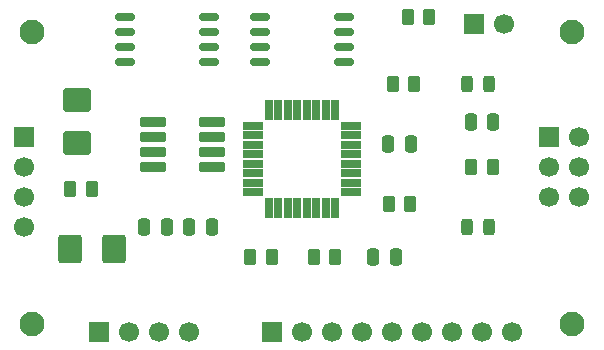
<source format=gts>
%TF.GenerationSoftware,KiCad,Pcbnew,9.0.6-9.0.6~ubuntu24.04.1*%
%TF.CreationDate,2025-12-02T23:55:24-06:00*%
%TF.ProjectId,mcu_datalogger,6d63755f-6461-4746-916c-6f676765722e,v1*%
%TF.SameCoordinates,Original*%
%TF.FileFunction,Soldermask,Top*%
%TF.FilePolarity,Negative*%
%FSLAX46Y46*%
G04 Gerber Fmt 4.6, Leading zero omitted, Abs format (unit mm)*
G04 Created by KiCad (PCBNEW 9.0.6-9.0.6~ubuntu24.04.1) date 2025-12-02 23:55:24*
%MOMM*%
%LPD*%
G01*
G04 APERTURE LIST*
G04 Aperture macros list*
%AMRoundRect*
0 Rectangle with rounded corners*
0 $1 Rounding radius*
0 $2 $3 $4 $5 $6 $7 $8 $9 X,Y pos of 4 corners*
0 Add a 4 corners polygon primitive as box body*
4,1,4,$2,$3,$4,$5,$6,$7,$8,$9,$2,$3,0*
0 Add four circle primitives for the rounded corners*
1,1,$1+$1,$2,$3*
1,1,$1+$1,$4,$5*
1,1,$1+$1,$6,$7*
1,1,$1+$1,$8,$9*
0 Add four rect primitives between the rounded corners*
20,1,$1+$1,$2,$3,$4,$5,0*
20,1,$1+$1,$4,$5,$6,$7,0*
20,1,$1+$1,$6,$7,$8,$9,0*
20,1,$1+$1,$8,$9,$2,$3,0*%
G04 Aperture macros list end*
%ADD10RoundRect,0.250000X-0.750000X-0.950000X0.750000X-0.950000X0.750000X0.950000X-0.750000X0.950000X0*%
%ADD11RoundRect,0.250000X-0.262500X-0.450000X0.262500X-0.450000X0.262500X0.450000X-0.262500X0.450000X0*%
%ADD12R,1.700000X1.700000*%
%ADD13C,1.700000*%
%ADD14RoundRect,0.250000X-0.250000X-0.475000X0.250000X-0.475000X0.250000X0.475000X-0.250000X0.475000X0*%
%ADD15C,2.100000*%
%ADD16RoundRect,0.250000X0.950000X-0.750000X0.950000X0.750000X-0.950000X0.750000X-0.950000X-0.750000X0*%
%ADD17RoundRect,0.243750X-0.243750X-0.456250X0.243750X-0.456250X0.243750X0.456250X-0.243750X0.456250X0*%
%ADD18RoundRect,0.162500X-0.650000X-0.162500X0.650000X-0.162500X0.650000X0.162500X-0.650000X0.162500X0*%
%ADD19RoundRect,0.099250X-0.987750X-0.297750X0.987750X-0.297750X0.987750X0.297750X-0.987750X0.297750X0*%
%ADD20RoundRect,0.094250X-0.742750X-0.282750X0.742750X-0.282750X0.742750X0.282750X-0.742750X0.282750X0*%
%ADD21RoundRect,0.094250X-0.282750X-0.742750X0.282750X-0.742750X0.282750X0.742750X-0.282750X0.742750X0*%
G04 APERTURE END LIST*
D10*
%TO.C,Y1*%
X69270000Y-66040000D03*
X72970000Y-66040000D03*
%TD*%
D11*
%TO.C,R6*%
X84535000Y-66675000D03*
X86360000Y-66675000D03*
%TD*%
D12*
%TO.C,BT1*%
X103505000Y-46990000D03*
D13*
X106045000Y-46990000D03*
%TD*%
D14*
%TO.C,C1*%
X79375000Y-64135000D03*
X81275000Y-64135000D03*
%TD*%
D12*
%TO.C,J4*%
X109855000Y-56515000D03*
D13*
X112395000Y-56515000D03*
X109855000Y-59055000D03*
X112395000Y-59055000D03*
X109855000Y-61595000D03*
X112395000Y-61595000D03*
%TD*%
D12*
%TO.C,J3*%
X86360000Y-73025000D03*
D13*
X88900000Y-73025000D03*
X91440000Y-73025000D03*
X93980000Y-73025000D03*
X96520000Y-73025000D03*
X99060000Y-73025000D03*
X101600000Y-73025000D03*
X104140000Y-73025000D03*
X106680000Y-73025000D03*
%TD*%
D14*
%TO.C,C3*%
X96205000Y-57150000D03*
X98105000Y-57150000D03*
%TD*%
D11*
%TO.C,R5*%
X69295000Y-60960000D03*
X71120000Y-60960000D03*
%TD*%
D15*
%TO.C,H2*%
X66040000Y-47625000D03*
%TD*%
%TO.C,H3*%
X111760000Y-47625000D03*
%TD*%
%TO.C,H1*%
X66040000Y-72390000D03*
%TD*%
D16*
%TO.C,Y2*%
X69850000Y-57095000D03*
X69850000Y-53395000D03*
%TD*%
D11*
%TO.C,R2*%
X103227500Y-59055000D03*
X105052500Y-59055000D03*
%TD*%
D17*
%TO.C,D1*%
X102900000Y-64135000D03*
X104775000Y-64135000D03*
%TD*%
D18*
%TO.C,U2*%
X73882500Y-46355000D03*
X73882500Y-47625000D03*
X73882500Y-48895000D03*
X73882500Y-50165000D03*
X81057500Y-50165000D03*
X81057500Y-48895000D03*
X81057500Y-47625000D03*
X81057500Y-46355000D03*
%TD*%
%TO.C,U1*%
X85312500Y-46355000D03*
X85312500Y-47625000D03*
X85312500Y-48895000D03*
X85312500Y-50165000D03*
X92487500Y-50165000D03*
X92487500Y-48895000D03*
X92487500Y-47625000D03*
X92487500Y-46355000D03*
%TD*%
D19*
%TO.C,U3*%
X76330000Y-55245000D03*
X76330000Y-56515000D03*
X76330000Y-57785000D03*
X76330000Y-59055000D03*
X81280000Y-59055000D03*
X81280000Y-57785000D03*
X81280000Y-56515000D03*
X81280000Y-55245000D03*
%TD*%
D14*
%TO.C,C2*%
X75565000Y-64135000D03*
X77465000Y-64135000D03*
%TD*%
D17*
%TO.C,D2*%
X102900000Y-52070000D03*
X104775000Y-52070000D03*
%TD*%
D11*
%TO.C,R4*%
X96600000Y-52070000D03*
X98425000Y-52070000D03*
%TD*%
%TO.C,R1*%
X97870000Y-46355000D03*
X99695000Y-46355000D03*
%TD*%
D12*
%TO.C,J2*%
X71755000Y-73025000D03*
D13*
X74295000Y-73025000D03*
X76835000Y-73025000D03*
X79375000Y-73025000D03*
%TD*%
D11*
%TO.C,R3*%
X96242500Y-62230000D03*
X98067500Y-62230000D03*
%TD*%
D20*
%TO.C,U4*%
X84730000Y-55620000D03*
X84730000Y-56420000D03*
X84730000Y-57220000D03*
X84730000Y-58020000D03*
X84730000Y-58820000D03*
X84730000Y-59620000D03*
X84730000Y-60420000D03*
X84730000Y-61220000D03*
D21*
X86100000Y-62590000D03*
X86900000Y-62590000D03*
X87700000Y-62590000D03*
X88500000Y-62590000D03*
X89300000Y-62590000D03*
X90100000Y-62590000D03*
X90900000Y-62590000D03*
X91700000Y-62590000D03*
D20*
X93070000Y-61220000D03*
X93070000Y-60420000D03*
X93070000Y-59620000D03*
X93070000Y-58820000D03*
X93070000Y-58020000D03*
X93070000Y-57220000D03*
X93070000Y-56420000D03*
X93070000Y-55620000D03*
D21*
X91700000Y-54250000D03*
X90900000Y-54250000D03*
X90100000Y-54250000D03*
X89300000Y-54250000D03*
X88500000Y-54250000D03*
X87700000Y-54250000D03*
X86900000Y-54250000D03*
X86100000Y-54250000D03*
%TD*%
D14*
%TO.C,C4*%
X94935000Y-66675000D03*
X96835000Y-66675000D03*
%TD*%
%TO.C,C5*%
X103190000Y-55245000D03*
X105090000Y-55245000D03*
%TD*%
D15*
%TO.C,H4*%
X111760000Y-72390000D03*
%TD*%
D11*
%TO.C,R7*%
X89892500Y-66675000D03*
X91717500Y-66675000D03*
%TD*%
D12*
%TO.C,J1*%
X65405000Y-56515000D03*
D13*
X65405000Y-59055000D03*
X65405000Y-61595000D03*
X65405000Y-64135000D03*
%TD*%
M02*

</source>
